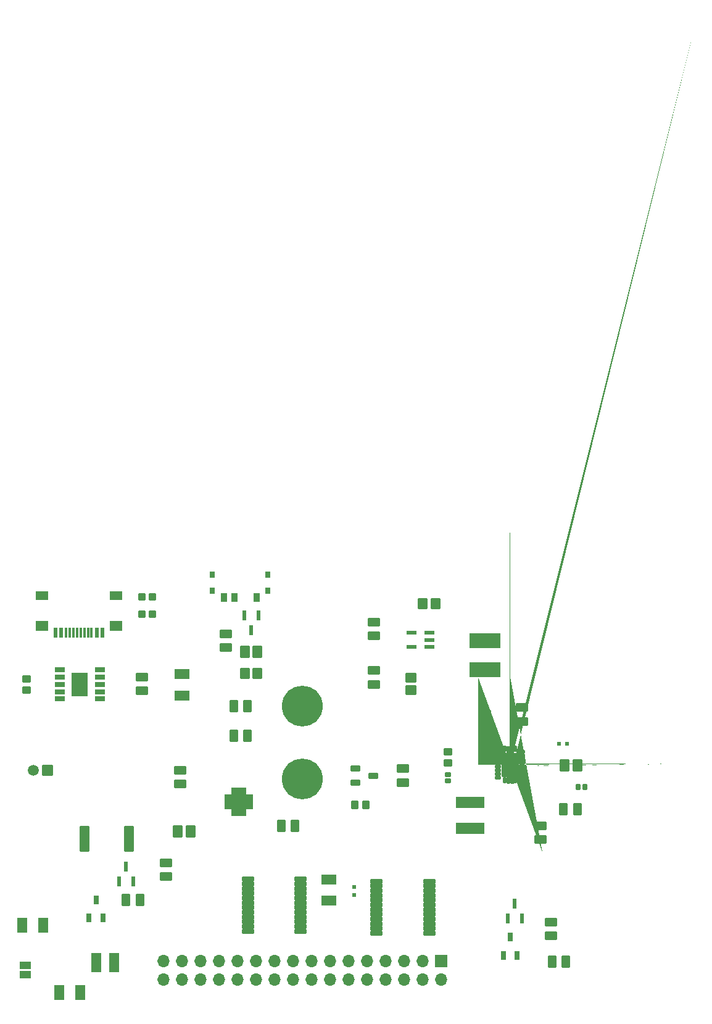
<source format=gbr>
%TF.GenerationSoftware,KiCad,Pcbnew,9.0.0*%
%TF.CreationDate,2025-04-09T17:19:20+02:00*%
%TF.ProjectId,Micromouse Power Subsystem,4d696372-6f6d-46f7-9573-6520506f7765,2.0*%
%TF.SameCoordinates,Original*%
%TF.FileFunction,Soldermask,Top*%
%TF.FilePolarity,Negative*%
%FSLAX46Y46*%
G04 Gerber Fmt 4.6, Leading zero omitted, Abs format (unit mm)*
G04 Created by KiCad (PCBNEW 9.0.0) date 2025-04-09 17:19:20*
%MOMM*%
%LPD*%
G01*
G04 APERTURE LIST*
G04 Aperture macros list*
%AMRoundRect*
0 Rectangle with rounded corners*
0 $1 Rounding radius*
0 $2 $3 $4 $5 $6 $7 $8 $9 X,Y pos of 4 corners*
0 Add a 4 corners polygon primitive as box body*
4,1,4,$2,$3,$4,$5,$6,$7,$8,$9,$2,$3,0*
0 Add four circle primitives for the rounded corners*
1,1,$1+$1,$2,$3*
1,1,$1+$1,$4,$5*
1,1,$1+$1,$6,$7*
1,1,$1+$1,$8,$9*
0 Add four rect primitives between the rounded corners*
20,1,$1+$1,$2,$3,$4,$5,0*
20,1,$1+$1,$4,$5,$6,$7,0*
20,1,$1+$1,$6,$7,$8,$9,0*
20,1,$1+$1,$8,$9,$2,$3,0*%
%AMFreePoly0*
4,1,505,-0.203634,2.555678,-0.202053,2.555421,-0.199231,2.554726,-0.198634,2.554678,-0.197053,2.554421,-0.194231,2.553726,-0.193634,2.553678,-0.192053,2.553421,-0.176164,2.549509,-0.173164,2.548509,-0.166423,2.545994,-0.165768,2.545723,-0.159148,2.542704,-0.157464,2.541862,-0.157608,2.541572,-0.146835,2.536534,-0.144880,2.535327,-0.140541,2.531895,-0.136165,2.529249,-0.134865,2.528313,
-0.133109,2.526820,-0.132165,2.526249,-0.130865,2.525313,-0.118339,2.514661,-0.110339,2.506661,-0.099687,2.494135,-0.098751,2.492835,-0.098179,2.491890,-0.096687,2.490135,-0.095751,2.488835,-0.093104,2.484458,-0.089673,2.480120,-0.088466,2.478165,-0.083427,2.467391,-0.083138,2.467536,-0.082296,2.465852,-0.079277,2.459232,-0.079006,2.458577,-0.076491,2.451836,-0.075491,2.448836,
-0.071579,2.432947,-0.071322,2.431366,-0.071273,2.430768,-0.070579,2.427947,-0.070322,2.426366,-0.070273,2.425768,-0.069579,2.422947,-0.069322,2.421366,-0.068000,2.405000,-0.068000,2.032000,0.068000,2.032000,0.068000,2.405000,0.069322,2.421366,0.069579,2.422947,0.070273,2.425768,0.070322,2.426366,0.070579,2.427947,0.071273,2.430768,0.071322,2.431366,0.071579,2.432947,
0.075491,2.448836,0.076491,2.451836,0.079006,2.458577,0.079277,2.459232,0.082296,2.465852,0.083138,2.467536,0.083427,2.467391,0.088466,2.478165,0.089673,2.480120,0.093104,2.484458,0.095751,2.488835,0.096687,2.490135,0.098179,2.491890,0.098751,2.492835,0.099687,2.494135,0.110339,2.506661,0.118339,2.514661,0.130865,2.525313,0.132165,2.526249,0.133109,2.526820,
0.134865,2.528313,0.136165,2.529249,0.140541,2.531895,0.144880,2.535327,0.146835,2.536534,0.157608,2.541572,0.157464,2.541862,0.159148,2.542704,0.165768,2.545723,0.166423,2.545994,0.173164,2.548509,0.176164,2.549509,0.192053,2.553421,0.193634,2.553678,0.194231,2.553726,0.197053,2.554421,0.198634,2.554678,0.199231,2.554726,0.202053,2.555421,0.203634,2.555678,
0.220000,2.557000,0.330000,2.557000,0.346366,2.555678,0.347947,2.555421,0.350768,2.554726,0.351366,2.554678,0.352947,2.554421,0.355768,2.553726,0.356366,2.553678,0.357947,2.553421,0.373836,2.549509,0.376836,2.548509,0.383577,2.545994,0.384232,2.545723,0.390852,2.542704,0.392536,2.541862,0.392391,2.541572,0.403165,2.536534,0.405120,2.535327,0.409458,2.531895,
0.413835,2.529249,0.415135,2.528313,0.416890,2.526820,0.417835,2.526249,0.419135,2.525313,0.431661,2.514661,0.439661,2.506661,0.450313,2.494135,0.451249,2.492835,0.451820,2.491890,0.453313,2.490135,0.454249,2.488835,0.456895,2.484458,0.460327,2.480120,0.461534,2.478165,0.466572,2.467391,0.466862,2.467536,0.467704,2.465852,0.470723,2.459232,0.470994,2.458577,
0.473509,2.451836,0.474509,2.448836,0.478421,2.432947,0.478678,2.431366,0.478726,2.430768,0.479421,2.427947,0.479678,2.426366,0.479726,2.425768,0.480421,2.422947,0.480678,2.421366,0.482000,2.405000,0.482000,1.632000,0.980000,1.632000,0.996366,1.630678,0.997947,1.630421,1.000768,1.629726,1.001366,1.629678,1.002947,1.629421,1.005768,1.628726,1.006366,1.628678,
1.007947,1.628421,1.013719,1.627000,1.025000,1.627000,1.084954,1.607520,1.122008,1.556520,1.127000,1.525000,1.127000,1.513718,1.128421,1.507947,1.128678,1.506366,1.128726,1.505768,1.129421,1.502947,1.129678,1.501366,1.129726,1.500768,1.130421,1.497947,1.130678,1.496366,1.132000,1.480000,1.132000,-1.480000,1.130678,-1.496366,1.130421,-1.497947,1.129726,-1.500768,
1.129678,-1.501366,1.129421,-1.502947,1.128726,-1.505768,1.128678,-1.506366,1.128421,-1.507947,1.127000,-1.513718,1.127000,-1.525000,1.107520,-1.584954,1.056520,-1.622008,1.025000,-1.627000,1.013719,-1.627000,1.007947,-1.628421,1.006366,-1.628678,1.005768,-1.628726,1.002947,-1.629421,1.001366,-1.629678,1.000768,-1.629726,0.997947,-1.630421,0.996366,-1.630678,0.980000,-1.632000,
0.482000,-1.632000,0.482000,-2.405000,0.480678,-2.421366,0.480421,-2.422947,0.479726,-2.425768,0.479678,-2.426366,0.479421,-2.427947,0.478726,-2.430768,0.478678,-2.431366,0.478421,-2.432947,0.474509,-2.448836,0.473509,-2.451836,0.470994,-2.458577,0.470723,-2.459232,0.467704,-2.465852,0.466862,-2.467536,0.466572,-2.467391,0.461534,-2.478165,0.460327,-2.480120,0.456895,-2.484458,
0.454249,-2.488835,0.453313,-2.490135,0.451820,-2.491890,0.451249,-2.492835,0.450313,-2.494135,0.439661,-2.506661,0.431661,-2.514661,0.419135,-2.525313,0.417835,-2.526249,0.416890,-2.526820,0.415135,-2.528313,0.413835,-2.529249,0.409458,-2.531895,0.405120,-2.535327,0.403165,-2.536534,0.392391,-2.541572,0.392536,-2.541862,0.390852,-2.542704,0.384232,-2.545723,0.383577,-2.545994,
0.376836,-2.548509,0.373836,-2.549509,0.357947,-2.553421,0.356366,-2.553678,0.355768,-2.553726,0.352947,-2.554421,0.351366,-2.554678,0.350768,-2.554726,0.347947,-2.555421,0.346366,-2.555678,0.330000,-2.557000,0.220000,-2.557000,0.203634,-2.555678,0.202053,-2.555421,0.199231,-2.554726,0.198634,-2.554678,0.197053,-2.554421,0.194231,-2.553726,0.193634,-2.553678,0.192053,-2.553421,
0.176164,-2.549509,0.173164,-2.548509,0.166423,-2.545994,0.165768,-2.545723,0.159148,-2.542704,0.157464,-2.541862,0.157608,-2.541572,0.146835,-2.536534,0.144880,-2.535327,0.140541,-2.531895,0.136165,-2.529249,0.134865,-2.528313,0.133109,-2.526820,0.132165,-2.526249,0.130865,-2.525313,0.118339,-2.514661,0.110339,-2.506661,0.099687,-2.494135,0.098751,-2.492835,0.098179,-2.491890,
0.096687,-2.490135,0.095751,-2.488835,0.093104,-2.484458,0.089673,-2.480120,0.088466,-2.478165,0.083427,-2.467391,0.083138,-2.467536,0.082296,-2.465852,0.079277,-2.459232,0.079006,-2.458577,0.076491,-2.451836,0.075491,-2.448836,0.071579,-2.432947,0.071322,-2.431366,0.071273,-2.430768,0.070579,-2.427947,0.070322,-2.426366,0.070273,-2.425768,0.069579,-2.422947,0.069322,-2.421366,
0.068000,-2.405000,0.068000,-2.032000,-0.068000,-2.032000,-0.068000,-2.405000,-0.069322,-2.421366,-0.069579,-2.422947,-0.070273,-2.425768,-0.070322,-2.426366,-0.070579,-2.427947,-0.071273,-2.430768,-0.071322,-2.431366,-0.071579,-2.432947,-0.075491,-2.448836,-0.076491,-2.451836,-0.079006,-2.458577,-0.079277,-2.459232,-0.082296,-2.465852,-0.083138,-2.467536,-0.083427,-2.467391,-0.088466,-2.478165,
-0.089673,-2.480120,-0.093104,-2.484458,-0.095751,-2.488835,-0.096687,-2.490135,-0.098179,-2.491890,-0.098751,-2.492835,-0.099687,-2.494135,-0.110339,-2.506661,-0.118339,-2.514661,-0.130865,-2.525313,-0.132165,-2.526249,-0.133109,-2.526820,-0.134865,-2.528313,-0.136165,-2.529249,-0.140541,-2.531895,-0.144880,-2.535327,-0.146835,-2.536534,-0.157608,-2.541572,-0.157464,-2.541862,-0.159148,-2.542704,
-0.165768,-2.545723,-0.166423,-2.545994,-0.173164,-2.548509,-0.176164,-2.549509,-0.192053,-2.553421,-0.193634,-2.553678,-0.194231,-2.553726,-0.197053,-2.554421,-0.198634,-2.554678,-0.199231,-2.554726,-0.202053,-2.555421,-0.203634,-2.555678,-0.220000,-2.557000,-0.330000,-2.557000,-0.346366,-2.555678,-0.347947,-2.555421,-0.350768,-2.554726,-0.351366,-2.554678,-0.352947,-2.554421,-0.355768,-2.553726,
-0.356366,-2.553678,-0.357947,-2.553421,-0.373836,-2.549509,-0.376836,-2.548509,-0.383577,-2.545994,-0.384232,-2.545723,-0.390852,-2.542704,-0.392536,-2.541862,-0.392391,-2.541572,-0.403165,-2.536534,-0.405120,-2.535327,-0.409458,-2.531895,-0.413835,-2.529249,-0.415135,-2.528313,-0.416890,-2.526820,-0.417835,-2.526249,-0.419135,-2.525313,-0.431661,-2.514661,-0.439661,-2.506661,-0.450313,-2.494135,
-0.451249,-2.492835,-0.451820,-2.491890,-0.453313,-2.490135,-0.454249,-2.488835,-0.456895,-2.484458,-0.460327,-2.480120,-0.461534,-2.478165,-0.466572,-2.467391,-0.466862,-2.467536,-0.467704,-2.465852,-0.470723,-2.459232,-0.470994,-2.458577,-0.473509,-2.451836,-0.474509,-2.448836,-0.478421,-2.432947,-0.478678,-2.431366,-0.478726,-2.430768,-0.479421,-2.427947,-0.479678,-2.426366,-0.479726,-2.425768,
-0.480421,-2.422947,-0.480678,-2.421366,-0.482000,-2.405000,-0.482000,-1.632000,-0.980000,-1.632000,-0.996366,-1.630678,-0.997947,-1.630421,-1.000768,-1.629726,-1.001366,-1.629678,-1.002947,-1.629421,-1.005768,-1.628726,-1.006366,-1.628678,-1.007947,-1.628421,-1.013719,-1.627000,-1.025000,-1.627000,-1.084954,-1.607520,-1.122008,-1.556520,-1.127000,-1.525000,-1.127000,-1.513718,-1.128421,-1.507947,
-1.128678,-1.506366,-1.128726,-1.505768,-1.129421,-1.502947,-1.129678,-1.501366,-1.129726,-1.500768,-1.130421,-1.497947,-1.130678,-1.496366,-1.132000,-1.480000,-1.132000,1.480000,-1.130678,1.496366,-1.130421,1.497947,-1.129726,1.500768,-1.129678,1.501366,-1.129421,1.502947,-1.128726,1.505768,-1.128678,1.506366,-1.128421,1.507947,-1.127000,1.513718,-1.127000,1.525000,-1.107520,1.584954,
-1.056520,1.622008,-1.025000,1.627000,-1.013719,1.627000,-1.007947,1.628421,-1.006366,1.628678,-1.005768,1.628726,-1.002947,1.629421,-1.001366,1.629678,-1.000768,1.629726,-0.997947,1.630421,-0.996366,1.630678,-0.980000,1.632000,-0.482000,1.632000,-0.482000,2.405000,-0.480678,2.421366,-0.480421,2.422947,-0.479726,2.425768,-0.479678,2.426366,-0.479421,2.427947,-0.478726,2.430768,
-0.478678,2.431366,-0.478421,2.432947,-0.474509,2.448836,-0.473509,2.451836,-0.470994,2.458577,-0.470723,2.459232,-0.467704,2.465852,-0.466862,2.467536,-0.466572,2.467391,-0.461534,2.478165,-0.460327,2.480120,-0.456895,2.484458,-0.454249,2.488835,-0.453313,2.490135,-0.451820,2.491890,-0.451249,2.492835,-0.450313,2.494135,-0.439661,2.506661,-0.431661,2.514661,-0.419135,2.525313,
-0.417835,2.526249,-0.416890,2.526820,-0.415135,2.528313,-0.413835,2.529249,-0.409458,2.531895,-0.405120,2.535327,-0.403165,2.536534,-0.392391,2.541572,-0.392536,2.541862,-0.390852,2.542704,-0.384232,2.545723,-0.383577,2.545994,-0.376836,2.548509,-0.373836,2.549509,-0.357947,2.553421,-0.356366,2.553678,-0.355768,2.553726,-0.352947,2.554421,-0.351366,2.554678,-0.350768,2.554726,
-0.347947,2.555421,-0.346366,2.555678,-0.330000,2.557000,-0.220000,2.557000,-0.203634,2.555678,-0.203634,2.555678,$1*%
G04 Aperture macros list end*
%ADD10C,0.010000*%
%ADD11R,1.700000X1.700000*%
%ADD12O,1.700000X1.700000*%
%ADD13RoundRect,0.102000X-0.710000X0.500000X-0.710000X-0.500000X0.710000X-0.500000X0.710000X0.500000X0*%
%ADD14R,1.500000X1.000000*%
%ADD15RoundRect,0.102000X0.710000X-0.500000X0.710000X0.500000X-0.710000X0.500000X-0.710000X-0.500000X0*%
%ADD16RoundRect,0.198500X-0.508500X-0.198500X0.508500X-0.198500X0.508500X0.198500X-0.508500X0.198500X0*%
%ADD17RoundRect,0.102000X-0.910000X0.600000X-0.910000X-0.600000X0.910000X-0.600000X0.910000X0.600000X0*%
%ADD18R,1.803400X1.447800*%
%ADD19R,1.803400X1.193800*%
%ADD20R,0.609600X1.447800*%
%ADD21R,0.304800X1.447800*%
%ADD22RoundRect,0.102000X-0.600000X-0.910000X0.600000X-0.910000X0.600000X0.910000X-0.600000X0.910000X0*%
%ADD23RoundRect,0.102000X0.465000X-0.435000X0.465000X0.435000X-0.465000X0.435000X-0.465000X-0.435000X0*%
%ADD24RoundRect,0.102000X-0.500000X-0.710000X0.500000X-0.710000X0.500000X0.710000X-0.500000X0.710000X0*%
%ADD25R,0.558800X1.320800*%
%ADD26RoundRect,0.102000X0.435000X0.465000X-0.435000X0.465000X-0.435000X-0.465000X0.435000X-0.465000X0*%
%ADD27RoundRect,0.197160X0.204840X-0.174840X0.204840X0.174840X-0.204840X0.174840X-0.204840X-0.174840X0*%
%ADD28RoundRect,0.085500X-0.621500X-0.256500X0.621500X-0.256500X0.621500X0.256500X-0.621500X0.256500X0*%
%ADD29RoundRect,0.102000X-0.654000X-0.654000X0.654000X-0.654000X0.654000X0.654000X-0.654000X0.654000X0*%
%ADD30C,1.512000*%
%ADD31RoundRect,0.102000X0.910000X-0.600000X0.910000X0.600000X-0.910000X0.600000X-0.910000X-0.600000X0*%
%ADD32RoundRect,0.102000X-0.535000X-1.710000X0.535000X-1.710000X0.535000X1.710000X-0.535000X1.710000X0*%
%ADD33RoundRect,0.102000X-0.750000X-0.200000X0.750000X-0.200000X0.750000X0.200000X-0.750000X0.200000X0*%
%ADD34RoundRect,0.102000X0.500000X0.710000X-0.500000X0.710000X-0.500000X-0.710000X0.500000X-0.710000X0*%
%ADD35C,5.600000*%
%ADD36R,0.700000X1.250000*%
%ADD37RoundRect,0.102000X0.400000X0.400000X-0.400000X0.400000X-0.400000X-0.400000X0.400000X-0.400000X0*%
%ADD38RoundRect,0.093240X-0.128760X-0.308760X0.128760X-0.308760X0.128760X0.308760X-0.128760X0.308760X0*%
%ADD39RoundRect,0.093240X-0.308760X-0.128760X0.308760X-0.128760X0.308760X0.128760X-0.308760X0.128760X0*%
%ADD40FreePoly0,0.000000*%
%ADD41C,0.504000*%
%ADD42RoundRect,0.102000X0.750000X0.200000X-0.750000X0.200000X-0.750000X-0.200000X0.750000X-0.200000X0*%
%ADD43RoundRect,0.058000X0.474000X0.174000X-0.474000X0.174000X-0.474000X-0.174000X0.474000X-0.174000X0*%
%ADD44RoundRect,0.058000X0.174000X0.474000X-0.174000X0.474000X-0.174000X-0.474000X0.174000X-0.474000X0*%
%ADD45RoundRect,0.102000X0.840000X0.840000X-0.840000X0.840000X-0.840000X-0.840000X0.840000X-0.840000X0*%
%ADD46R,1.400000X0.700000*%
%ADD47R,2.300000X3.200000*%
%ADD48RoundRect,0.102000X-0.580000X-0.735000X0.580000X-0.735000X0.580000X0.735000X-0.580000X0.735000X0*%
%ADD49RoundRect,0.102000X-0.550000X-0.690000X0.550000X-0.690000X0.550000X0.690000X-0.550000X0.690000X0*%
%ADD50RoundRect,0.102000X0.600000X0.910000X-0.600000X0.910000X-0.600000X-0.910000X0.600000X-0.910000X0*%
%ADD51R,0.500000X0.605600*%
%ADD52R,4.000000X1.500000*%
%ADD53RoundRect,0.102000X-0.465000X0.435000X-0.465000X-0.435000X0.465000X-0.435000X0.465000X0.435000X0*%
%ADD54R,0.900000X1.250000*%
%ADD55R,0.800000X0.900000*%
%ADD56R,1.320800X0.558800*%
%ADD57RoundRect,0.102000X0.735000X-0.580000X0.735000X0.580000X-0.735000X0.580000X-0.735000X-0.580000X0*%
%ADD58R,4.220000X2.124000*%
%ADD59RoundRect,0.197160X0.174840X0.204840X-0.174840X0.204840X-0.174840X-0.204840X0.174840X-0.204840X0*%
%ADD60RoundRect,0.102000X-0.575000X-0.725000X0.575000X-0.725000X0.575000X0.725000X-0.575000X0.725000X0*%
%ADD61RoundRect,0.102000X0.690000X-0.550000X0.690000X0.550000X-0.690000X0.550000X-0.690000X-0.550000X0*%
%ADD62R,0.605600X0.500000*%
G04 APERTURE END LIST*
D10*
%TO.C,U5*%
X165826000Y-75454000D02*
X165834000Y-75455000D01*
X165842000Y-75456000D01*
X165849000Y-75458000D01*
X165857000Y-75460000D01*
X165864000Y-75463000D01*
X165872000Y-75466000D01*
X165879000Y-75470000D01*
X165886000Y-75473000D01*
X165893000Y-75478000D01*
X165899000Y-75482000D01*
X165906000Y-75487000D01*
X165912000Y-75492000D01*
X165917000Y-75498000D01*
X165923000Y-75503000D01*
X165928000Y-75509000D01*
X165933000Y-75516000D01*
X165937000Y-75522000D01*
X165942000Y-75529000D01*
X165945000Y-75536000D01*
X165949000Y-75543000D01*
X165952000Y-75551000D01*
X165955000Y-75558000D01*
X165957000Y-75566000D01*
X165959000Y-75573000D01*
X165960000Y-75581000D01*
X165961000Y-75589000D01*
X165962000Y-75597000D01*
X165962000Y-75605000D01*
X165962000Y-75978000D01*
X166107000Y-75978000D01*
X166108000Y-75978000D01*
X166108000Y-75603000D01*
X166108000Y-75595000D01*
X166109000Y-75587000D01*
X166110000Y-75580000D01*
X166111000Y-75572000D01*
X166113000Y-75564000D01*
X166115000Y-75557000D01*
X166118000Y-75549000D01*
X166121000Y-75542000D01*
X166124000Y-75535000D01*
X166128000Y-75528000D01*
X166132000Y-75521000D01*
X166137000Y-75515000D01*
X166141000Y-75509000D01*
X166147000Y-75503000D01*
X166152000Y-75497000D01*
X166158000Y-75492000D01*
X166164000Y-75486000D01*
X166170000Y-75482000D01*
X166176000Y-75477000D01*
X166183000Y-75473000D01*
X166190000Y-75469000D01*
X166197000Y-75466000D01*
X166204000Y-75463000D01*
X166212000Y-75460000D01*
X166219000Y-75458000D01*
X166227000Y-75456000D01*
X166235000Y-75455000D01*
X166242000Y-75454000D01*
X166250000Y-75453000D01*
X166258000Y-75453000D01*
X166361000Y-75453000D01*
X166369000Y-75453000D01*
X166377000Y-75454000D01*
X166385000Y-75455000D01*
X166392000Y-75456000D01*
X166400000Y-75458000D01*
X166408000Y-75460000D01*
X166415000Y-75463000D01*
X166422000Y-75466000D01*
X166430000Y-75469000D01*
X166436000Y-75473000D01*
X166443000Y-75477000D01*
X166450000Y-75482000D01*
X166456000Y-75487000D01*
X166462000Y-75492000D01*
X166468000Y-75497000D01*
X166473000Y-75503000D01*
X166478000Y-75509000D01*
X166483000Y-75515000D01*
X166488000Y-75522000D01*
X166492000Y-75529000D01*
X166496000Y-75535000D01*
X166499000Y-75543000D01*
X166502000Y-75550000D01*
X166505000Y-75557000D01*
X166507000Y-75565000D01*
X166509000Y-75573000D01*
X166510000Y-75580000D01*
X166511000Y-75588000D01*
X166512000Y-75596000D01*
X166512000Y-75604000D01*
X166512000Y-76378000D01*
X167010000Y-76378000D01*
X167018000Y-76378000D01*
X167026000Y-76379000D01*
X167034000Y-76380000D01*
X167042000Y-76381000D01*
X167049000Y-76383000D01*
X167057000Y-76385000D01*
X167064000Y-76388000D01*
X167072000Y-76391000D01*
X167079000Y-76395000D01*
X167086000Y-76398000D01*
X167093000Y-76403000D01*
X167099000Y-76407000D01*
X167106000Y-76412000D01*
X167112000Y-76417000D01*
X167117000Y-76423000D01*
X167123000Y-76428000D01*
X167128000Y-76434000D01*
X167133000Y-76441000D01*
X167137000Y-76447000D01*
X167142000Y-76454000D01*
X167145000Y-76461000D01*
X167149000Y-76468000D01*
X167152000Y-76476000D01*
X167155000Y-76483000D01*
X167157000Y-76491000D01*
X167159000Y-76498000D01*
X167160000Y-76506000D01*
X167161000Y-76514000D01*
X167162000Y-76522000D01*
X167162000Y-76530000D01*
X167162000Y-79481000D01*
X167162000Y-79489000D01*
X167161000Y-79497000D01*
X167160000Y-79504000D01*
X167159000Y-79512000D01*
X167157000Y-79520000D01*
X167155000Y-79527000D01*
X167152000Y-79535000D01*
X167149000Y-79542000D01*
X167146000Y-79549000D01*
X167142000Y-79556000D01*
X167138000Y-79563000D01*
X167133000Y-79569000D01*
X167129000Y-79575000D01*
X167123000Y-79581000D01*
X167118000Y-79587000D01*
X167112000Y-79592000D01*
X167106000Y-79598000D01*
X167100000Y-79602000D01*
X167094000Y-79607000D01*
X167087000Y-79611000D01*
X167080000Y-79615000D01*
X167073000Y-79618000D01*
X167066000Y-79621000D01*
X167058000Y-79624000D01*
X167051000Y-79626000D01*
X167043000Y-79628000D01*
X167035000Y-79629000D01*
X167028000Y-79630000D01*
X167020000Y-79631000D01*
X167012000Y-79631000D01*
X166513000Y-79631000D01*
X166512000Y-79631000D01*
X166512000Y-79632000D01*
X166512000Y-80406000D01*
X166512000Y-80414000D01*
X166511000Y-80422000D01*
X166510000Y-80429000D01*
X166509000Y-80437000D01*
X166507000Y-80445000D01*
X166505000Y-80452000D01*
X166502000Y-80460000D01*
X166499000Y-80467000D01*
X166496000Y-80474000D01*
X166492000Y-80481000D01*
X166488000Y-80488000D01*
X166483000Y-80494000D01*
X166479000Y-80500000D01*
X166473000Y-80506000D01*
X166468000Y-80512000D01*
X166462000Y-80517000D01*
X166456000Y-80523000D01*
X166450000Y-80527000D01*
X166444000Y-80532000D01*
X166437000Y-80536000D01*
X166430000Y-80540000D01*
X166423000Y-80543000D01*
X166416000Y-80546000D01*
X166408000Y-80549000D01*
X166401000Y-80551000D01*
X166393000Y-80553000D01*
X166385000Y-80554000D01*
X166378000Y-80555000D01*
X166370000Y-80556000D01*
X166362000Y-80556000D01*
X166257000Y-80556000D01*
X166249000Y-80556000D01*
X166241000Y-80555000D01*
X166234000Y-80554000D01*
X166226000Y-80553000D01*
X166218000Y-80551000D01*
X166211000Y-80549000D01*
X166204000Y-80546000D01*
X166196000Y-80543000D01*
X166189000Y-80540000D01*
X166182000Y-80536000D01*
X166176000Y-80532000D01*
X166169000Y-80528000D01*
X166163000Y-80523000D01*
X166157000Y-80518000D01*
X166152000Y-80512000D01*
X166146000Y-80507000D01*
X166141000Y-80501000D01*
X166136000Y-80495000D01*
X166132000Y-80488000D01*
X166128000Y-80482000D01*
X166124000Y-80475000D01*
X166121000Y-80468000D01*
X166118000Y-80460000D01*
X166115000Y-80453000D01*
X166113000Y-80446000D01*
X166111000Y-80438000D01*
X166110000Y-80430000D01*
X166109000Y-80423000D01*
X166108000Y-80415000D01*
X166108000Y-80407000D01*
X166108000Y-80032000D01*
X165963000Y-80032000D01*
X165962000Y-80032000D01*
X165962000Y-80033000D01*
X165962000Y-80406000D01*
X165962000Y-80414000D01*
X165961000Y-80422000D01*
X165960000Y-80429000D01*
X165959000Y-80437000D01*
X165957000Y-80445000D01*
X165955000Y-80452000D01*
X165952000Y-80460000D01*
X165949000Y-80467000D01*
X165946000Y-80474000D01*
X165942000Y-80481000D01*
X165938000Y-80488000D01*
X165933000Y-80494000D01*
X165929000Y-80500000D01*
X165923000Y-80506000D01*
X165918000Y-80512000D01*
X165912000Y-80517000D01*
X165906000Y-80523000D01*
X165900000Y-80527000D01*
X165894000Y-80532000D01*
X165887000Y-80536000D01*
X165880000Y-80540000D01*
X165873000Y-80543000D01*
X165866000Y-80546000D01*
X165858000Y-80549000D01*
X165851000Y-80551000D01*
X165843000Y-80553000D01*
X165835000Y-80554000D01*
X165828000Y-80555000D01*
X165820000Y-80556000D01*
X165812000Y-80556000D01*
X165706000Y-80556000D01*
X165698000Y-80556000D01*
X165691000Y-80555000D01*
X165683000Y-80554000D01*
X165675000Y-80553000D01*
X165668000Y-80551000D01*
X165660000Y-80549000D01*
X165653000Y-80546000D01*
X165646000Y-80543000D01*
X165639000Y-80540000D01*
X165632000Y-80536000D01*
X165625000Y-80532000D01*
X165619000Y-80528000D01*
X165613000Y-80523000D01*
X165607000Y-80518000D01*
X165601000Y-80513000D01*
X165596000Y-80507000D01*
X165591000Y-80501000D01*
X165586000Y-80495000D01*
X165582000Y-80489000D01*
X165578000Y-80482000D01*
X165574000Y-80475000D01*
X165571000Y-80468000D01*
X165568000Y-80461000D01*
X165565000Y-80454000D01*
X165563000Y-80446000D01*
X165561000Y-80439000D01*
X165560000Y-80431000D01*
X165559000Y-80423000D01*
X165558000Y-80416000D01*
X165558000Y-80408000D01*
X165558000Y-79632000D01*
X165060000Y-79632000D01*
X165052000Y-79632000D01*
X165044000Y-79631000D01*
X165036000Y-79630000D01*
X165028000Y-79629000D01*
X165021000Y-79627000D01*
X165013000Y-79625000D01*
X165006000Y-79622000D01*
X164998000Y-79619000D01*
X164991000Y-79615000D01*
X164984000Y-79612000D01*
X164977000Y-79607000D01*
X164971000Y-79603000D01*
X164964000Y-79598000D01*
X164958000Y-79593000D01*
X164953000Y-79587000D01*
X164947000Y-79582000D01*
X164942000Y-79576000D01*
X164937000Y-79569000D01*
X164933000Y-79563000D01*
X164928000Y-79556000D01*
X164925000Y-79549000D01*
X164921000Y-79542000D01*
X164918000Y-79534000D01*
X164915000Y-79527000D01*
X164913000Y-79519000D01*
X164911000Y-79512000D01*
X164910000Y-79504000D01*
X164909000Y-79496000D01*
X164908000Y-79488000D01*
X164908000Y-79480000D01*
X164908000Y-76531000D01*
X164908000Y-76523000D01*
X164909000Y-76515000D01*
X164910000Y-76507000D01*
X164911000Y-76499000D01*
X164913000Y-76492000D01*
X164915000Y-76484000D01*
X164918000Y-76477000D01*
X164921000Y-76469000D01*
X164925000Y-76462000D01*
X164928000Y-76455000D01*
X164933000Y-76448000D01*
X164937000Y-76442000D01*
X164942000Y-76435000D01*
X164947000Y-76429000D01*
X164953000Y-76424000D01*
X164958000Y-76418000D01*
X164964000Y-76413000D01*
X164971000Y-76408000D01*
X164977000Y-76404000D01*
X164984000Y-76399000D01*
X164991000Y-76396000D01*
X164998000Y-76392000D01*
X165006000Y-76389000D01*
X165013000Y-76386000D01*
X165021000Y-76384000D01*
X165028000Y-76382000D01*
X165036000Y-76381000D01*
X165044000Y-76380000D01*
X165052000Y-76379000D01*
X165060000Y-76379000D01*
X165557000Y-76379000D01*
X165558000Y-76379000D01*
X165558000Y-76378000D01*
X165558000Y-75605000D01*
X165558000Y-75597000D01*
X165559000Y-75589000D01*
X165560000Y-75581000D01*
X165561000Y-75573000D01*
X165563000Y-75566000D01*
X165565000Y-75558000D01*
X165568000Y-75551000D01*
X165571000Y-75543000D01*
X165575000Y-75536000D01*
X165578000Y-75529000D01*
X165583000Y-75522000D01*
X165587000Y-75516000D01*
X165592000Y-75509000D01*
X165597000Y-75503000D01*
X165603000Y-75498000D01*
X165608000Y-75492000D01*
X165614000Y-75487000D01*
X165621000Y-75482000D01*
X165627000Y-75478000D01*
X165634000Y-75473000D01*
X165641000Y-75470000D01*
X165648000Y-75466000D01*
X165656000Y-75463000D01*
X165663000Y-75460000D01*
X165671000Y-75458000D01*
X165678000Y-75456000D01*
X165686000Y-75455000D01*
X165694000Y-75454000D01*
X165702000Y-75453000D01*
X165710000Y-75453000D01*
X165810000Y-75453000D01*
X165818000Y-75453000D01*
X165826000Y-75454000D01*
G36*
X165826000Y-75454000D02*
G01*
X165834000Y-75455000D01*
X165842000Y-75456000D01*
X165849000Y-75458000D01*
X165857000Y-75460000D01*
X165864000Y-75463000D01*
X165872000Y-75466000D01*
X165879000Y-75470000D01*
X165886000Y-75473000D01*
X165893000Y-75478000D01*
X165899000Y-75482000D01*
X165906000Y-75487000D01*
X165912000Y-75492000D01*
X165917000Y-75498000D01*
X165923000Y-75503000D01*
X165928000Y-75509000D01*
X165933000Y-75516000D01*
X165937000Y-75522000D01*
X165942000Y-75529000D01*
X165945000Y-75536000D01*
X165949000Y-75543000D01*
X165952000Y-75551000D01*
X165955000Y-75558000D01*
X165957000Y-75566000D01*
X165959000Y-75573000D01*
X165960000Y-75581000D01*
X165961000Y-75589000D01*
X165962000Y-75597000D01*
X165962000Y-75605000D01*
X165962000Y-75978000D01*
X166107000Y-75978000D01*
X166108000Y-75978000D01*
X166108000Y-75603000D01*
X166108000Y-75595000D01*
X166109000Y-75587000D01*
X166110000Y-75580000D01*
X166111000Y-75572000D01*
X166113000Y-75564000D01*
X166115000Y-75557000D01*
X166118000Y-75549000D01*
X166121000Y-75542000D01*
X166124000Y-75535000D01*
X166128000Y-75528000D01*
X166132000Y-75521000D01*
X166137000Y-75515000D01*
X166141000Y-75509000D01*
X166147000Y-75503000D01*
X166152000Y-75497000D01*
X166158000Y-75492000D01*
X166164000Y-75486000D01*
X166170000Y-75482000D01*
X166176000Y-75477000D01*
X166183000Y-75473000D01*
X166190000Y-75469000D01*
X166197000Y-75466000D01*
X166204000Y-75463000D01*
X166212000Y-75460000D01*
X166219000Y-75458000D01*
X166227000Y-75456000D01*
X166235000Y-75455000D01*
X166242000Y-75454000D01*
X166250000Y-75453000D01*
X166258000Y-75453000D01*
X166361000Y-75453000D01*
X166369000Y-75453000D01*
X166377000Y-75454000D01*
X166385000Y-75455000D01*
X166392000Y-75456000D01*
X166400000Y-75458000D01*
X166408000Y-75460000D01*
X166415000Y-75463000D01*
X166422000Y-75466000D01*
X166430000Y-75469000D01*
X166436000Y-75473000D01*
X166443000Y-75477000D01*
X166450000Y-75482000D01*
X166456000Y-75487000D01*
X166462000Y-75492000D01*
X166468000Y-75497000D01*
X166473000Y-75503000D01*
X166478000Y-75509000D01*
X166483000Y-75515000D01*
X166488000Y-75522000D01*
X166492000Y-75529000D01*
X166496000Y-75535000D01*
X166499000Y-75543000D01*
X166502000Y-75550000D01*
X166505000Y-75557000D01*
X166507000Y-75565000D01*
X166509000Y-75573000D01*
X166510000Y-75580000D01*
X166511000Y-75588000D01*
X166512000Y-75596000D01*
X166512000Y-75604000D01*
X166512000Y-76378000D01*
X167010000Y-76378000D01*
X167018000Y-76378000D01*
X167026000Y-76379000D01*
X167034000Y-76380000D01*
X167042000Y-76381000D01*
X167049000Y-76383000D01*
X167057000Y-76385000D01*
X167064000Y-76388000D01*
X167072000Y-76391000D01*
X167079000Y-76395000D01*
X167086000Y-76398000D01*
X167093000Y-76403000D01*
X167099000Y-76407000D01*
X167106000Y-76412000D01*
X167112000Y-76417000D01*
X167117000Y-76423000D01*
X167123000Y-76428000D01*
X167128000Y-76434000D01*
X167133000Y-76441000D01*
X167137000Y-76447000D01*
X167142000Y-76454000D01*
X167145000Y-76461000D01*
X167149000Y-76468000D01*
X167152000Y-76476000D01*
X167155000Y-76483000D01*
X167157000Y-76491000D01*
X167159000Y-76498000D01*
X167160000Y-76506000D01*
X167161000Y-76514000D01*
X167162000Y-76522000D01*
X167162000Y-76530000D01*
X167162000Y-79481000D01*
X167162000Y-79489000D01*
X167161000Y-79497000D01*
X167160000Y-79504000D01*
X167159000Y-79512000D01*
X167157000Y-79520000D01*
X167155000Y-79527000D01*
X167152000Y-79535000D01*
X167149000Y-79542000D01*
X167146000Y-79549000D01*
X167142000Y-79556000D01*
X167138000Y-79563000D01*
X167133000Y-79569000D01*
X167129000Y-79575000D01*
X167123000Y-79581000D01*
X167118000Y-79587000D01*
X167112000Y-79592000D01*
X167106000Y-79598000D01*
X167100000Y-79602000D01*
X167094000Y-79607000D01*
X167087000Y-79611000D01*
X167080000Y-79615000D01*
X167073000Y-79618000D01*
X167066000Y-79621000D01*
X167058000Y-79624000D01*
X167051000Y-79626000D01*
X167043000Y-79628000D01*
X167035000Y-79629000D01*
X167028000Y-79630000D01*
X167020000Y-79631000D01*
X167012000Y-79631000D01*
X166513000Y-79631000D01*
X166512000Y-79631000D01*
X166512000Y-79632000D01*
X166512000Y-80406000D01*
X166512000Y-80414000D01*
X166511000Y-80422000D01*
X166510000Y-80429000D01*
X166509000Y-80437000D01*
X166507000Y-80445000D01*
X166505000Y-80452000D01*
X166502000Y-80460000D01*
X166499000Y-80467000D01*
X166496000Y-80474000D01*
X166492000Y-80481000D01*
X166488000Y-80488000D01*
X166483000Y-80494000D01*
X166479000Y-80500000D01*
X166473000Y-80506000D01*
X166468000Y-80512000D01*
X166462000Y-80517000D01*
X166456000Y-80523000D01*
X166450000Y-80527000D01*
X166444000Y-80532000D01*
X166437000Y-80536000D01*
X166430000Y-80540000D01*
X166423000Y-80543000D01*
X166416000Y-80546000D01*
X166408000Y-80549000D01*
X166401000Y-80551000D01*
X166393000Y-80553000D01*
X166385000Y-80554000D01*
X166378000Y-80555000D01*
X166370000Y-80556000D01*
X166362000Y-80556000D01*
X166257000Y-80556000D01*
X166249000Y-80556000D01*
X166241000Y-80555000D01*
X166234000Y-80554000D01*
X166226000Y-80553000D01*
X166218000Y-80551000D01*
X166211000Y-80549000D01*
X166204000Y-80546000D01*
X166196000Y-80543000D01*
X166189000Y-80540000D01*
X166182000Y-80536000D01*
X166176000Y-80532000D01*
X166169000Y-80528000D01*
X166163000Y-80523000D01*
X166157000Y-80518000D01*
X166152000Y-80512000D01*
X166146000Y-80507000D01*
X166141000Y-80501000D01*
X166136000Y-80495000D01*
X166132000Y-80488000D01*
X166128000Y-80482000D01*
X166124000Y-80475000D01*
X166121000Y-80468000D01*
X166118000Y-80460000D01*
X166115000Y-80453000D01*
X166113000Y-80446000D01*
X166111000Y-80438000D01*
X166110000Y-80430000D01*
X166109000Y-80423000D01*
X166108000Y-80415000D01*
X166108000Y-80407000D01*
X166108000Y-80032000D01*
X165963000Y-80032000D01*
X165962000Y-80032000D01*
X165962000Y-80033000D01*
X165962000Y-80406000D01*
X165962000Y-80414000D01*
X165961000Y-80422000D01*
X165960000Y-80429000D01*
X165959000Y-80437000D01*
X165957000Y-80445000D01*
X165955000Y-80452000D01*
X165952000Y-80460000D01*
X165949000Y-80467000D01*
X165946000Y-80474000D01*
X165942000Y-80481000D01*
X165938000Y-80488000D01*
X165933000Y-80494000D01*
X165929000Y-80500000D01*
X165923000Y-80506000D01*
X165918000Y-80512000D01*
X165912000Y-80517000D01*
X165906000Y-80523000D01*
X165900000Y-80527000D01*
X165894000Y-80532000D01*
X165887000Y-80536000D01*
X165880000Y-80540000D01*
X165873000Y-80543000D01*
X165866000Y-80546000D01*
X165858000Y-80549000D01*
X165851000Y-80551000D01*
X165843000Y-80553000D01*
X165835000Y-80554000D01*
X165828000Y-80555000D01*
X165820000Y-80556000D01*
X165812000Y-80556000D01*
X165706000Y-80556000D01*
X165698000Y-80556000D01*
X165691000Y-80555000D01*
X165683000Y-80554000D01*
X165675000Y-80553000D01*
X165668000Y-80551000D01*
X165660000Y-80549000D01*
X165653000Y-80546000D01*
X165646000Y-80543000D01*
X165639000Y-80540000D01*
X165632000Y-80536000D01*
X165625000Y-80532000D01*
X165619000Y-80528000D01*
X165613000Y-80523000D01*
X165607000Y-80518000D01*
X165601000Y-80513000D01*
X165596000Y-80507000D01*
X165591000Y-80501000D01*
X165586000Y-80495000D01*
X165582000Y-80489000D01*
X165578000Y-80482000D01*
X165574000Y-80475000D01*
X165571000Y-80468000D01*
X165568000Y-80461000D01*
X165565000Y-80454000D01*
X165563000Y-80446000D01*
X165561000Y-80439000D01*
X165560000Y-80431000D01*
X165559000Y-80423000D01*
X165558000Y-80416000D01*
X165558000Y-80408000D01*
X165558000Y-79632000D01*
X165060000Y-79632000D01*
X165052000Y-79632000D01*
X165044000Y-79631000D01*
X165036000Y-79630000D01*
X165028000Y-79629000D01*
X165021000Y-79627000D01*
X165013000Y-79625000D01*
X165006000Y-79622000D01*
X164998000Y-79619000D01*
X164991000Y-79615000D01*
X164984000Y-79612000D01*
X164977000Y-79607000D01*
X164971000Y-79603000D01*
X164964000Y-79598000D01*
X164958000Y-79593000D01*
X164953000Y-79587000D01*
X164947000Y-79582000D01*
X164942000Y-79576000D01*
X164937000Y-79569000D01*
X164933000Y-79563000D01*
X164928000Y-79556000D01*
X164925000Y-79549000D01*
X164921000Y-79542000D01*
X164918000Y-79534000D01*
X164915000Y-79527000D01*
X164913000Y-79519000D01*
X164911000Y-79512000D01*
X164910000Y-79504000D01*
X164909000Y-79496000D01*
X164908000Y-79488000D01*
X164908000Y-79480000D01*
X164908000Y-76531000D01*
X164908000Y-76523000D01*
X164909000Y-76515000D01*
X164910000Y-76507000D01*
X164911000Y-76499000D01*
X164913000Y-76492000D01*
X164915000Y-76484000D01*
X164918000Y-76477000D01*
X164921000Y-76469000D01*
X164925000Y-76462000D01*
X164928000Y-76455000D01*
X164933000Y-76448000D01*
X164937000Y-76442000D01*
X164942000Y-76435000D01*
X164947000Y-76429000D01*
X164953000Y-76424000D01*
X164958000Y-76418000D01*
X164964000Y-76413000D01*
X164971000Y-76408000D01*
X164977000Y-76404000D01*
X164984000Y-76399000D01*
X164991000Y-76396000D01*
X164998000Y-76392000D01*
X165006000Y-76389000D01*
X165013000Y-76386000D01*
X165021000Y-76384000D01*
X165028000Y-76382000D01*
X165036000Y-76381000D01*
X165044000Y-76380000D01*
X165052000Y-76379000D01*
X165060000Y-76379000D01*
X165557000Y-76379000D01*
X165558000Y-76379000D01*
X165558000Y-76378000D01*
X165558000Y-75605000D01*
X165558000Y-75597000D01*
X165559000Y-75589000D01*
X165560000Y-75581000D01*
X165561000Y-75573000D01*
X165563000Y-75566000D01*
X165565000Y-75558000D01*
X165568000Y-75551000D01*
X165571000Y-75543000D01*
X165575000Y-75536000D01*
X165578000Y-75529000D01*
X165583000Y-75522000D01*
X165587000Y-75516000D01*
X165592000Y-75509000D01*
X165597000Y-75503000D01*
X165603000Y-75498000D01*
X165608000Y-75492000D01*
X165614000Y-75487000D01*
X165621000Y-75482000D01*
X165627000Y-75478000D01*
X165634000Y-75473000D01*
X165641000Y-75470000D01*
X165648000Y-75466000D01*
X165656000Y-75463000D01*
X165663000Y-75460000D01*
X165671000Y-75458000D01*
X165678000Y-75456000D01*
X165686000Y-75455000D01*
X165694000Y-75454000D01*
X165702000Y-75453000D01*
X165710000Y-75453000D01*
X165810000Y-75453000D01*
X165818000Y-75453000D01*
X165826000Y-75454000D01*
G37*
%TD*%
D11*
%TO.C,J2*%
X156550000Y-104915000D03*
D12*
X156550000Y-107455000D03*
X154010000Y-104915000D03*
X154010000Y-107455000D03*
X151470000Y-104915000D03*
X151470000Y-107455000D03*
X148930000Y-104915000D03*
X148930000Y-107455000D03*
X146390000Y-104915000D03*
X146390000Y-107455000D03*
X143850000Y-104915000D03*
X143850000Y-107455000D03*
X141310000Y-104915000D03*
X141310000Y-107455000D03*
X138770000Y-104915000D03*
X138770000Y-107455000D03*
X136230000Y-104915000D03*
X136230000Y-107455000D03*
X133690000Y-104915000D03*
X133690000Y-107455000D03*
X131150000Y-104915000D03*
X131150000Y-107455000D03*
X128610000Y-104915000D03*
X128610000Y-107455000D03*
X126070000Y-104915000D03*
X126070000Y-107455000D03*
X123530000Y-104915000D03*
X123530000Y-107455000D03*
X120990000Y-104915000D03*
X120990000Y-107455000D03*
X118450000Y-104915000D03*
X118450000Y-107455000D03*
%TD*%
D13*
%TO.C,R20*%
X127000000Y-60065000D03*
X127000000Y-61935000D03*
%TD*%
D14*
%TO.C,JP1*%
X99500000Y-106800000D03*
X99500000Y-105500000D03*
%TD*%
D15*
%TO.C,R2*%
X115500000Y-67870000D03*
X115500000Y-66000000D03*
%TD*%
D16*
%TO.C,Q1*%
X144780000Y-78550000D03*
X144780000Y-80450000D03*
X147290000Y-79500000D03*
%TD*%
D17*
%TO.C,C3*%
X121000000Y-65580000D03*
X121000000Y-68500000D03*
%TD*%
D18*
%TO.C,J1*%
X111940000Y-58975001D03*
X101800000Y-58975001D03*
D19*
X111940000Y-54795001D03*
X101800000Y-54795001D03*
D20*
X110095000Y-59890000D03*
X109320000Y-59890000D03*
D21*
X108120000Y-59890000D03*
X107120000Y-59890000D03*
X106620000Y-59890000D03*
X105620000Y-59890000D03*
D20*
X103645000Y-59890000D03*
X104420000Y-59890000D03*
D21*
X105120001Y-59890000D03*
X106119999Y-59890000D03*
X107620001Y-59890000D03*
X108619999Y-59890000D03*
%TD*%
D22*
%TO.C,C1*%
X99080000Y-100000000D03*
X102000000Y-100000000D03*
%TD*%
D23*
%TO.C,R15*%
X99720000Y-67780000D03*
X99720000Y-66220000D03*
%TD*%
D24*
%TO.C,R8*%
X128130000Y-70000000D03*
X130000000Y-70000000D03*
%TD*%
D25*
%TO.C,Q(SI2301)2*%
X165739998Y-99060000D03*
X167640000Y-99060000D03*
X166689999Y-97028000D03*
%TD*%
D26*
%TO.C,R10*%
X146290000Y-83500000D03*
X144730000Y-83500000D03*
%TD*%
D27*
%TO.C,C8*%
X157480000Y-80200000D03*
X157480000Y-79340000D03*
%TD*%
D28*
%TO.C,U1*%
X109220000Y-104140000D03*
X109220000Y-104790000D03*
X109220000Y-105440000D03*
X109220000Y-106090000D03*
X111730000Y-106090000D03*
X111730000Y-105440000D03*
X111730000Y-104790000D03*
X111730000Y-104140000D03*
%TD*%
D29*
%TO.C,J3*%
X102600000Y-78740000D03*
D30*
X100600000Y-78740000D03*
%TD*%
D31*
%TO.C,C5*%
X141190000Y-96687200D03*
X141190000Y-93767200D03*
%TD*%
D32*
%TO.C,R1*%
X107610000Y-88160000D03*
X113720000Y-88160000D03*
%TD*%
D13*
%TO.C,R7*%
X120810000Y-78740000D03*
X120810000Y-80610000D03*
%TD*%
D33*
%TO.C,U4*%
X130065000Y-93705000D03*
X130065000Y-94355000D03*
X130065000Y-95005000D03*
X130065000Y-95655000D03*
X130065000Y-96305000D03*
X130065000Y-96955000D03*
X130065000Y-97605000D03*
X130065000Y-98255000D03*
X130065000Y-98905000D03*
X130065000Y-99555000D03*
X130065000Y-100205000D03*
X130065000Y-100855000D03*
X137315000Y-100855000D03*
X137315000Y-100205000D03*
X137315000Y-99555000D03*
X137315000Y-98905000D03*
X137315000Y-98255000D03*
X137315000Y-97605000D03*
X137315000Y-96955000D03*
X137315000Y-96305000D03*
X137315000Y-95655000D03*
X137315000Y-95005000D03*
X137315000Y-94355000D03*
X137315000Y-93705000D03*
%TD*%
D34*
%TO.C,R3*%
X115235000Y-96520000D03*
X113365000Y-96520000D03*
%TD*%
D35*
%TO.C,3V*%
X137500000Y-80000000D03*
%TD*%
D36*
%TO.C,Q2*%
X110170000Y-99019000D03*
X108270000Y-99019000D03*
X109220000Y-96520000D03*
%TD*%
D37*
%TO.C,D1*%
X115500000Y-57350000D03*
X117000000Y-57350000D03*
%TD*%
D38*
%TO.C,U5*%
X165285000Y-75855000D03*
D39*
X164385000Y-76255000D03*
X164385000Y-76755000D03*
X164385000Y-77255000D03*
X164385000Y-77755000D03*
X164385000Y-78255000D03*
X164385000Y-78755000D03*
X164385000Y-79255000D03*
X164385000Y-79755000D03*
D38*
X165285000Y-80155000D03*
X166785000Y-80155000D03*
D39*
X167685000Y-79755000D03*
X167685000Y-79255000D03*
X167685000Y-78755000D03*
X167685000Y-78255000D03*
X167685000Y-77755000D03*
X167685000Y-77255000D03*
X167685000Y-76755000D03*
X167685000Y-76255000D03*
D38*
X166785000Y-75855000D03*
D40*
X166035000Y-78005000D03*
D41*
X166035000Y-76730000D03*
X165260000Y-77480000D03*
X166035000Y-77480000D03*
X166810000Y-77480000D03*
X165260000Y-78530000D03*
X166035000Y-78530000D03*
X166810000Y-78530000D03*
X166035000Y-79280000D03*
%TD*%
D42*
%TO.C,U3*%
X154940000Y-101130000D03*
X154940000Y-100480000D03*
X154940000Y-99830000D03*
X154940000Y-99180000D03*
X154940000Y-98530000D03*
X154940000Y-97880000D03*
X154940000Y-97230000D03*
X154940000Y-96580000D03*
X154940000Y-95930000D03*
X154940000Y-95280000D03*
X154940000Y-94630000D03*
X154940000Y-93980000D03*
X147690000Y-93980000D03*
X147690000Y-94630000D03*
X147690000Y-95280000D03*
X147690000Y-95930000D03*
X147690000Y-96580000D03*
X147690000Y-97230000D03*
X147690000Y-97880000D03*
X147690000Y-98530000D03*
X147690000Y-99180000D03*
X147690000Y-99830000D03*
X147690000Y-100480000D03*
X147690000Y-101130000D03*
%TD*%
D13*
%TO.C,R13*%
X170180000Y-86360000D03*
X170180000Y-88230000D03*
%TD*%
D43*
%TO.C,U2*%
X130225000Y-83820000D03*
X130225000Y-83320000D03*
X130225000Y-82820000D03*
X130225000Y-82320000D03*
D44*
X129540000Y-81635000D03*
X129040000Y-81635000D03*
X128540000Y-81635000D03*
X128040000Y-81635000D03*
D43*
X127355000Y-82320000D03*
X127355000Y-82820000D03*
X127355000Y-83320000D03*
X127355000Y-83820000D03*
D44*
X128040000Y-84505000D03*
X128540000Y-84505000D03*
X129040000Y-84505000D03*
X129540000Y-84505000D03*
D45*
X128790000Y-83070000D03*
%TD*%
D15*
%TO.C,R19*%
X147320000Y-66975000D03*
X147320000Y-65105000D03*
%TD*%
D46*
%TO.C,IC1*%
X104250000Y-65000000D03*
X104250000Y-66000000D03*
X104250000Y-67000000D03*
X104250000Y-68000000D03*
X104250000Y-69000000D03*
X109750000Y-69000000D03*
X109750000Y-68000000D03*
X109750000Y-67000000D03*
X109750000Y-66000000D03*
X109750000Y-65000000D03*
D47*
X107000000Y-67000000D03*
%TD*%
D48*
%TO.C,C14*%
X129625000Y-62500000D03*
X131375000Y-62500000D03*
%TD*%
D13*
%TO.C,R4*%
X118800000Y-91440000D03*
X118800000Y-93310000D03*
%TD*%
D49*
%TO.C,C15*%
X129637000Y-65500000D03*
X131363000Y-65500000D03*
%TD*%
D37*
%TO.C,D2*%
X115500000Y-55000000D03*
X117000000Y-55000000D03*
%TD*%
D36*
%TO.C,Q3*%
X167000000Y-104140000D03*
X165100000Y-104140000D03*
X166050000Y-101641000D03*
%TD*%
D50*
%TO.C,C2*%
X107060000Y-109220000D03*
X104140000Y-109220000D03*
%TD*%
D51*
%TO.C,C6*%
X144690000Y-94780000D03*
X144690000Y-95885600D03*
%TD*%
D25*
%TO.C,Q(SI2301)1*%
X112399998Y-93980000D03*
X114300000Y-93980000D03*
X113349999Y-91948000D03*
%TD*%
D35*
%TO.C,5V*%
X137500000Y-70000000D03*
%TD*%
D48*
%TO.C,C11*%
X173510000Y-78140000D03*
X175260000Y-78140000D03*
%TD*%
D24*
%TO.C,R9*%
X128130000Y-74000000D03*
X130000000Y-74000000D03*
%TD*%
D13*
%TO.C,R18*%
X147320000Y-58420000D03*
X147320000Y-60290000D03*
%TD*%
D24*
%TO.C,R14*%
X173390000Y-84140000D03*
X175260000Y-84140000D03*
%TD*%
D13*
%TO.C,R5*%
X151355000Y-78565000D03*
X151355000Y-80435000D03*
%TD*%
%TO.C,R12*%
X171689999Y-99609000D03*
X171689999Y-101479000D03*
%TD*%
D49*
%TO.C,C12*%
X154077000Y-55880000D03*
X155803000Y-55880000D03*
%TD*%
D52*
%TO.C,L1*%
X160535000Y-86780000D03*
X160535000Y-83180000D03*
%TD*%
D53*
%TO.C,R16*%
X157480000Y-76200000D03*
X157480000Y-77760000D03*
%TD*%
D54*
%TO.C,SW1*%
X126751500Y-55087500D03*
X128251500Y-55087500D03*
X131251500Y-55087500D03*
D55*
X132800000Y-54112500D03*
X132800000Y-51912500D03*
X125200000Y-51912500D03*
X125200000Y-54112500D03*
%TD*%
D56*
%TO.C,U6*%
X154940000Y-61819800D03*
X154940000Y-60880000D03*
X154940000Y-59940200D03*
X152552400Y-59927500D03*
X152552400Y-61832500D03*
%TD*%
D57*
%TO.C,C7*%
X162560000Y-72870000D03*
X162560000Y-71120000D03*
%TD*%
D34*
%TO.C,R11*%
X173704999Y-105004000D03*
X171834999Y-105004000D03*
%TD*%
D58*
%TO.C,L2*%
X162560000Y-60960000D03*
X162560000Y-64960000D03*
%TD*%
D59*
%TO.C,C9*%
X176285000Y-81070000D03*
X175425000Y-81070000D03*
%TD*%
D60*
%TO.C,C4*%
X120445000Y-87175000D03*
X122245000Y-87175000D03*
%TD*%
D61*
%TO.C,C13*%
X152400000Y-67766000D03*
X152400000Y-66040000D03*
%TD*%
D13*
%TO.C,R17*%
X167640000Y-70185000D03*
X167640000Y-72055000D03*
%TD*%
D62*
%TO.C,C10*%
X172720000Y-75140000D03*
X173825600Y-75140000D03*
%TD*%
D34*
%TO.C,R6*%
X136490000Y-86360000D03*
X134620000Y-86360000D03*
%TD*%
D25*
%TO.C,Q(SI2301)3*%
X131500000Y-57500000D03*
X129599998Y-57500000D03*
X130549999Y-59532000D03*
%TD*%
M02*

</source>
